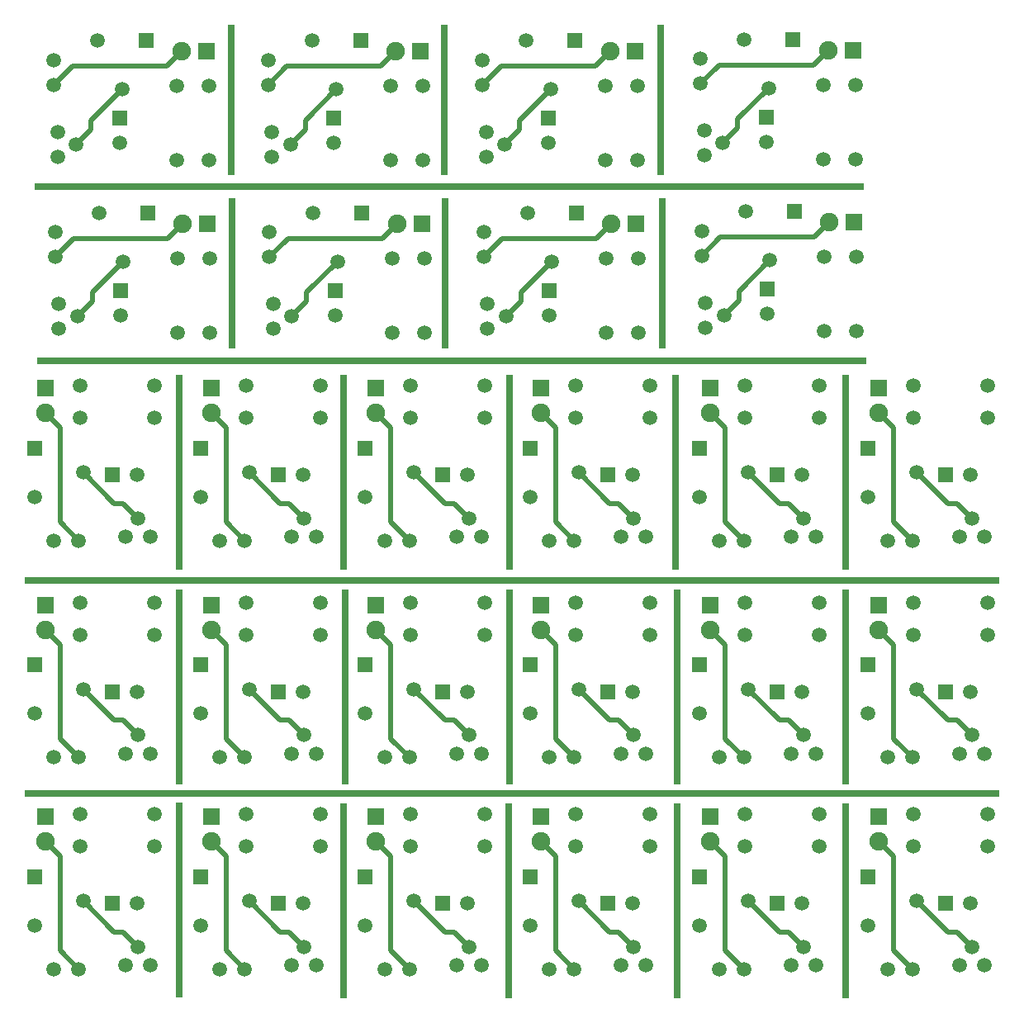
<source format=gtl>
G04 Layer_Physical_Order=1*
G04 Layer_Color=255*
%FSLAX25Y25*%
%MOIN*%
G70*
G01*
G75*
%ADD10C,0.02000*%
%ADD11R,0.02756X0.61024*%
%ADD12R,0.02756X0.78740*%
%ADD13R,3.34646X0.02756*%
%ADD14R,3.93701X0.02756*%
%ADD15C,0.05905*%
%ADD16R,0.05937X0.05937*%
%ADD17C,0.05937*%
%ADD18R,0.05905X0.05905*%
%ADD19R,0.07087X0.07087*%
%ADD20C,0.07480*%
%ADD21R,0.05937X0.05937*%
%ADD22R,0.05905X0.05905*%
%ADD23R,0.07087X0.07087*%
G36*
X279171Y354512D02*
X280605Y352948D01*
X280512Y350829D01*
X278948Y349395D01*
X276829Y349488D01*
X275395Y351052D01*
X275488Y353171D01*
X277052Y354605D01*
X279171Y354512D01*
D02*
G37*
G36*
X191171Y354012D02*
X192604Y352448D01*
X192512Y350329D01*
X190948Y348896D01*
X188829Y348988D01*
X187396Y350552D01*
X187488Y352671D01*
X189052Y354104D01*
X191171Y354012D01*
D02*
G37*
G36*
X104671D02*
X106105Y352448D01*
X106012Y350329D01*
X104448Y348896D01*
X102329Y348988D01*
X100896Y350552D01*
X100988Y352671D01*
X102552Y354104D01*
X104671Y354012D01*
D02*
G37*
G36*
X18171D02*
X19604Y352448D01*
X19512Y350329D01*
X17948Y348896D01*
X15829Y348988D01*
X14396Y350552D01*
X14488Y352671D01*
X16052Y354104D01*
X18171Y354012D01*
D02*
G37*
G36*
X286671Y349512D02*
X288105Y347948D01*
X288012Y345829D01*
X286448Y344395D01*
X284329Y344488D01*
X282895Y346052D01*
X282988Y348171D01*
X284552Y349605D01*
X286671Y349512D01*
D02*
G37*
G36*
X198671Y349012D02*
X200104Y347448D01*
X200012Y345329D01*
X198448Y343896D01*
X196329Y343988D01*
X194896Y345552D01*
X194988Y347671D01*
X196552Y349104D01*
X198671Y349012D01*
D02*
G37*
G36*
X112171D02*
X113604Y347448D01*
X113512Y345329D01*
X111948Y343896D01*
X109829Y343988D01*
X108396Y345552D01*
X108488Y347671D01*
X110052Y349104D01*
X112171Y349012D01*
D02*
G37*
G36*
X25671D02*
X27104Y347448D01*
X27012Y345329D01*
X25448Y343896D01*
X23329Y343988D01*
X21895Y345552D01*
X21988Y347671D01*
X23552Y349104D01*
X25671Y349012D01*
D02*
G37*
G36*
X279171Y344512D02*
X280605Y342948D01*
X280512Y340829D01*
X278948Y339395D01*
X276829Y339488D01*
X275395Y341052D01*
X275488Y343171D01*
X277052Y344604D01*
X279171Y344512D01*
D02*
G37*
G36*
X191171Y344012D02*
X192604Y342448D01*
X192512Y340329D01*
X190948Y338896D01*
X188829Y338988D01*
X187396Y340552D01*
X187488Y342671D01*
X189052Y344105D01*
X191171Y344012D01*
D02*
G37*
G36*
X104671D02*
X106105Y342448D01*
X106012Y340329D01*
X104448Y338896D01*
X102329Y338988D01*
X100896Y340552D01*
X100988Y342671D01*
X102552Y344105D01*
X104671Y344012D01*
D02*
G37*
G36*
X18171D02*
X19604Y342448D01*
X19512Y340329D01*
X17948Y338896D01*
X15829Y338988D01*
X14396Y340552D01*
X14488Y342671D01*
X16052Y344105D01*
X18171Y344012D01*
D02*
G37*
G36*
X279671Y285012D02*
X281104Y283448D01*
X281012Y281329D01*
X279448Y279895D01*
X277329Y279988D01*
X275896Y281552D01*
X275988Y283671D01*
X277552Y285104D01*
X279671Y285012D01*
D02*
G37*
G36*
X191671Y284512D02*
X193105Y282948D01*
X193012Y280829D01*
X191448Y279396D01*
X189329Y279488D01*
X187896Y281052D01*
X187988Y283171D01*
X189552Y284605D01*
X191671Y284512D01*
D02*
G37*
G36*
X105171D02*
X106605Y282948D01*
X106512Y280829D01*
X104948Y279396D01*
X102829Y279488D01*
X101395Y281052D01*
X101488Y283171D01*
X103052Y284605D01*
X105171Y284512D01*
D02*
G37*
G36*
X18671D02*
X20105Y282948D01*
X20012Y280829D01*
X18448Y279396D01*
X16329Y279488D01*
X14896Y281052D01*
X14988Y283171D01*
X16552Y284605D01*
X18671Y284512D01*
D02*
G37*
G36*
X287171Y280012D02*
X288604Y278448D01*
X288512Y276329D01*
X286948Y274896D01*
X284829Y274988D01*
X283396Y276552D01*
X283488Y278671D01*
X285052Y280104D01*
X287171Y280012D01*
D02*
G37*
G36*
X199171Y279512D02*
X200605Y277948D01*
X200512Y275829D01*
X198948Y274395D01*
X196829Y274488D01*
X195396Y276052D01*
X195488Y278171D01*
X197052Y279605D01*
X199171Y279512D01*
D02*
G37*
G36*
X112671D02*
X114104Y277948D01*
X114012Y275829D01*
X112448Y274395D01*
X110329Y274488D01*
X108896Y276052D01*
X108988Y278171D01*
X110552Y279605D01*
X112671Y279512D01*
D02*
G37*
G36*
X26171D02*
X27604Y277948D01*
X27512Y275829D01*
X25948Y274395D01*
X23829Y274488D01*
X22396Y276052D01*
X22488Y278171D01*
X24052Y279605D01*
X26171Y279512D01*
D02*
G37*
G36*
X279671Y275012D02*
X281104Y273448D01*
X281012Y271329D01*
X279448Y269896D01*
X277329Y269988D01*
X275896Y271552D01*
X275988Y273671D01*
X277552Y275104D01*
X279671Y275012D01*
D02*
G37*
G36*
X191671Y274512D02*
X193105Y272948D01*
X193012Y270829D01*
X191448Y269395D01*
X189329Y269488D01*
X187896Y271052D01*
X187988Y273171D01*
X189552Y274605D01*
X191671Y274512D01*
D02*
G37*
G36*
X105171D02*
X106605Y272948D01*
X106512Y270829D01*
X104948Y269395D01*
X102829Y269488D01*
X101395Y271052D01*
X101488Y273171D01*
X103052Y274605D01*
X105171Y274512D01*
D02*
G37*
G36*
X18671D02*
X20105Y272948D01*
X20012Y270829D01*
X18448Y269395D01*
X16329Y269488D01*
X14896Y271052D01*
X14988Y273171D01*
X16552Y274605D01*
X18671Y274512D01*
D02*
G37*
G36*
X387171Y198012D02*
X388604Y196448D01*
X388512Y194329D01*
X386948Y192895D01*
X384829Y192988D01*
X383396Y194552D01*
X383488Y196671D01*
X385052Y198105D01*
X387171Y198012D01*
D02*
G37*
G36*
X319171D02*
X320604Y196448D01*
X320512Y194329D01*
X318948Y192895D01*
X316829Y192988D01*
X315395Y194552D01*
X315488Y196671D01*
X317052Y198105D01*
X319171Y198012D01*
D02*
G37*
G36*
X250671D02*
X252104Y196448D01*
X252012Y194329D01*
X250448Y192895D01*
X248329Y192988D01*
X246896Y194552D01*
X246988Y196671D01*
X248552Y198105D01*
X250671Y198012D01*
D02*
G37*
G36*
X184171D02*
X185605Y196448D01*
X185512Y194329D01*
X183948Y192895D01*
X181829Y192988D01*
X180395Y194552D01*
X180488Y196671D01*
X182052Y198105D01*
X184171Y198012D01*
D02*
G37*
G36*
X117671D02*
X119105Y196448D01*
X119012Y194329D01*
X117448Y192895D01*
X115329Y192988D01*
X113895Y194552D01*
X113988Y196671D01*
X115552Y198105D01*
X117671Y198012D01*
D02*
G37*
G36*
X50671D02*
X52105Y196448D01*
X52012Y194329D01*
X50448Y192895D01*
X48329Y192988D01*
X46896Y194552D01*
X46988Y196671D01*
X48552Y198105D01*
X50671Y198012D01*
D02*
G37*
G36*
X392171Y190512D02*
X393604Y188948D01*
X393512Y186829D01*
X391948Y185396D01*
X389829Y185488D01*
X388396Y187052D01*
X388488Y189171D01*
X390052Y190604D01*
X392171Y190512D01*
D02*
G37*
G36*
X382171D02*
X383605Y188948D01*
X383512Y186829D01*
X381948Y185396D01*
X379829Y185488D01*
X378396Y187052D01*
X378488Y189171D01*
X380052Y190604D01*
X382171Y190512D01*
D02*
G37*
G36*
X324171D02*
X325605Y188948D01*
X325512Y186829D01*
X323948Y185396D01*
X321829Y185488D01*
X320395Y187052D01*
X320488Y189171D01*
X322052Y190604D01*
X324171Y190512D01*
D02*
G37*
G36*
X314171D02*
X315604Y188948D01*
X315512Y186829D01*
X313948Y185396D01*
X311829Y185488D01*
X310396Y187052D01*
X310488Y189171D01*
X312052Y190604D01*
X314171Y190512D01*
D02*
G37*
G36*
X255671D02*
X257104Y188948D01*
X257012Y186829D01*
X255448Y185396D01*
X253329Y185488D01*
X251895Y187052D01*
X251988Y189171D01*
X253552Y190604D01*
X255671Y190512D01*
D02*
G37*
G36*
X245671D02*
X247105Y188948D01*
X247012Y186829D01*
X245448Y185396D01*
X243329Y185488D01*
X241896Y187052D01*
X241988Y189171D01*
X243552Y190604D01*
X245671Y190512D01*
D02*
G37*
G36*
X189171D02*
X190604Y188948D01*
X190512Y186829D01*
X188948Y185396D01*
X186829Y185488D01*
X185396Y187052D01*
X185488Y189171D01*
X187052Y190604D01*
X189171Y190512D01*
D02*
G37*
G36*
X179171D02*
X180605Y188948D01*
X180512Y186829D01*
X178948Y185396D01*
X176829Y185488D01*
X175396Y187052D01*
X175488Y189171D01*
X177052Y190604D01*
X179171Y190512D01*
D02*
G37*
G36*
X122671D02*
X124104Y188948D01*
X124012Y186829D01*
X122448Y185396D01*
X120329Y185488D01*
X118895Y187052D01*
X118988Y189171D01*
X120552Y190604D01*
X122671Y190512D01*
D02*
G37*
G36*
X112671D02*
X114104Y188948D01*
X114012Y186829D01*
X112448Y185396D01*
X110329Y185488D01*
X108896Y187052D01*
X108988Y189171D01*
X110552Y190604D01*
X112671Y190512D01*
D02*
G37*
G36*
X55671D02*
X57104Y188948D01*
X57012Y186829D01*
X55448Y185396D01*
X53329Y185488D01*
X51895Y187052D01*
X51988Y189171D01*
X53552Y190604D01*
X55671Y190512D01*
D02*
G37*
G36*
X45671D02*
X47104Y188948D01*
X47012Y186829D01*
X45448Y185396D01*
X43329Y185488D01*
X41895Y187052D01*
X41988Y189171D01*
X43552Y190604D01*
X45671Y190512D01*
D02*
G37*
G36*
X387171Y110512D02*
X388604Y108948D01*
X388512Y106829D01*
X386948Y105395D01*
X384829Y105488D01*
X383396Y107052D01*
X383488Y109171D01*
X385052Y110605D01*
X387171Y110512D01*
D02*
G37*
G36*
X319171D02*
X320604Y108948D01*
X320512Y106829D01*
X318948Y105395D01*
X316829Y105488D01*
X315395Y107052D01*
X315488Y109171D01*
X317052Y110605D01*
X319171Y110512D01*
D02*
G37*
G36*
X250671D02*
X252104Y108948D01*
X252012Y106829D01*
X250448Y105395D01*
X248329Y105488D01*
X246896Y107052D01*
X246988Y109171D01*
X248552Y110605D01*
X250671Y110512D01*
D02*
G37*
G36*
X184171D02*
X185605Y108948D01*
X185512Y106829D01*
X183948Y105395D01*
X181829Y105488D01*
X180395Y107052D01*
X180488Y109171D01*
X182052Y110605D01*
X184171Y110512D01*
D02*
G37*
G36*
X117671D02*
X119105Y108948D01*
X119012Y106829D01*
X117448Y105395D01*
X115329Y105488D01*
X113895Y107052D01*
X113988Y109171D01*
X115552Y110605D01*
X117671Y110512D01*
D02*
G37*
G36*
X50671D02*
X52105Y108948D01*
X52012Y106829D01*
X50448Y105395D01*
X48329Y105488D01*
X46896Y107052D01*
X46988Y109171D01*
X48552Y110605D01*
X50671Y110512D01*
D02*
G37*
G36*
X392171Y103012D02*
X393604Y101448D01*
X393512Y99329D01*
X391948Y97895D01*
X389829Y97988D01*
X388396Y99552D01*
X388488Y101671D01*
X390052Y103104D01*
X392171Y103012D01*
D02*
G37*
G36*
X382171D02*
X383605Y101448D01*
X383512Y99329D01*
X381948Y97895D01*
X379829Y97988D01*
X378396Y99552D01*
X378488Y101671D01*
X380052Y103104D01*
X382171Y103012D01*
D02*
G37*
G36*
X324171D02*
X325605Y101448D01*
X325512Y99329D01*
X323948Y97895D01*
X321829Y97988D01*
X320395Y99552D01*
X320488Y101671D01*
X322052Y103104D01*
X324171Y103012D01*
D02*
G37*
G36*
X314171D02*
X315604Y101448D01*
X315512Y99329D01*
X313948Y97895D01*
X311829Y97988D01*
X310396Y99552D01*
X310488Y101671D01*
X312052Y103104D01*
X314171Y103012D01*
D02*
G37*
G36*
X255671D02*
X257104Y101448D01*
X257012Y99329D01*
X255448Y97895D01*
X253329Y97988D01*
X251895Y99552D01*
X251988Y101671D01*
X253552Y103104D01*
X255671Y103012D01*
D02*
G37*
G36*
X245671D02*
X247105Y101448D01*
X247012Y99329D01*
X245448Y97895D01*
X243329Y97988D01*
X241896Y99552D01*
X241988Y101671D01*
X243552Y103104D01*
X245671Y103012D01*
D02*
G37*
G36*
X189171D02*
X190604Y101448D01*
X190512Y99329D01*
X188948Y97895D01*
X186829Y97988D01*
X185396Y99552D01*
X185488Y101671D01*
X187052Y103104D01*
X189171Y103012D01*
D02*
G37*
G36*
X179171D02*
X180605Y101448D01*
X180512Y99329D01*
X178948Y97895D01*
X176829Y97988D01*
X175396Y99552D01*
X175488Y101671D01*
X177052Y103104D01*
X179171Y103012D01*
D02*
G37*
G36*
X122671D02*
X124104Y101448D01*
X124012Y99329D01*
X122448Y97895D01*
X120329Y97988D01*
X118895Y99552D01*
X118988Y101671D01*
X120552Y103104D01*
X122671Y103012D01*
D02*
G37*
G36*
X112671D02*
X114104Y101448D01*
X114012Y99329D01*
X112448Y97895D01*
X110329Y97988D01*
X108896Y99552D01*
X108988Y101671D01*
X110552Y103104D01*
X112671Y103012D01*
D02*
G37*
G36*
X55671D02*
X57104Y101448D01*
X57012Y99329D01*
X55448Y97895D01*
X53329Y97988D01*
X51895Y99552D01*
X51988Y101671D01*
X53552Y103104D01*
X55671Y103012D01*
D02*
G37*
G36*
X45671D02*
X47104Y101448D01*
X47012Y99329D01*
X45448Y97895D01*
X43329Y97988D01*
X41895Y99552D01*
X41988Y101671D01*
X43552Y103104D01*
X45671Y103012D01*
D02*
G37*
G36*
X387171Y25012D02*
X388604Y23448D01*
X388512Y21329D01*
X386948Y19895D01*
X384829Y19988D01*
X383396Y21552D01*
X383488Y23671D01*
X385052Y25104D01*
X387171Y25012D01*
D02*
G37*
G36*
X319171D02*
X320604Y23448D01*
X320512Y21329D01*
X318948Y19895D01*
X316829Y19988D01*
X315395Y21552D01*
X315488Y23671D01*
X317052Y25104D01*
X319171Y25012D01*
D02*
G37*
G36*
X250671D02*
X252104Y23448D01*
X252012Y21329D01*
X250448Y19895D01*
X248329Y19988D01*
X246896Y21552D01*
X246988Y23671D01*
X248552Y25104D01*
X250671Y25012D01*
D02*
G37*
G36*
X184171D02*
X185605Y23448D01*
X185512Y21329D01*
X183948Y19895D01*
X181829Y19988D01*
X180395Y21552D01*
X180488Y23671D01*
X182052Y25104D01*
X184171Y25012D01*
D02*
G37*
G36*
X117671D02*
X119105Y23448D01*
X119012Y21329D01*
X117448Y19895D01*
X115329Y19988D01*
X113895Y21552D01*
X113988Y23671D01*
X115552Y25104D01*
X117671Y25012D01*
D02*
G37*
G36*
X50671D02*
X52105Y23448D01*
X52012Y21329D01*
X50448Y19895D01*
X48329Y19988D01*
X46896Y21552D01*
X46988Y23671D01*
X48552Y25104D01*
X50671Y25012D01*
D02*
G37*
G36*
X392171Y17512D02*
X393604Y15948D01*
X393512Y13829D01*
X391948Y12395D01*
X389829Y12488D01*
X388396Y14052D01*
X388488Y16171D01*
X390052Y17605D01*
X392171Y17512D01*
D02*
G37*
G36*
X382171D02*
X383605Y15948D01*
X383512Y13829D01*
X381948Y12395D01*
X379829Y12488D01*
X378396Y14052D01*
X378488Y16171D01*
X380052Y17605D01*
X382171Y17512D01*
D02*
G37*
G36*
X324171D02*
X325605Y15948D01*
X325512Y13829D01*
X323948Y12395D01*
X321829Y12488D01*
X320395Y14052D01*
X320488Y16171D01*
X322052Y17605D01*
X324171Y17512D01*
D02*
G37*
G36*
X314171D02*
X315604Y15948D01*
X315512Y13829D01*
X313948Y12395D01*
X311829Y12488D01*
X310396Y14052D01*
X310488Y16171D01*
X312052Y17605D01*
X314171Y17512D01*
D02*
G37*
G36*
X255671D02*
X257104Y15948D01*
X257012Y13829D01*
X255448Y12395D01*
X253329Y12488D01*
X251895Y14052D01*
X251988Y16171D01*
X253552Y17605D01*
X255671Y17512D01*
D02*
G37*
G36*
X245671D02*
X247105Y15948D01*
X247012Y13829D01*
X245448Y12395D01*
X243329Y12488D01*
X241896Y14052D01*
X241988Y16171D01*
X243552Y17605D01*
X245671Y17512D01*
D02*
G37*
G36*
X189171D02*
X190604Y15948D01*
X190512Y13829D01*
X188948Y12395D01*
X186829Y12488D01*
X185396Y14052D01*
X185488Y16171D01*
X187052Y17605D01*
X189171Y17512D01*
D02*
G37*
G36*
X179171D02*
X180605Y15948D01*
X180512Y13829D01*
X178948Y12395D01*
X176829Y12488D01*
X175396Y14052D01*
X175488Y16171D01*
X177052Y17605D01*
X179171Y17512D01*
D02*
G37*
G36*
X122671D02*
X124104Y15948D01*
X124012Y13829D01*
X122448Y12395D01*
X120329Y12488D01*
X118895Y14052D01*
X118988Y16171D01*
X120552Y17605D01*
X122671Y17512D01*
D02*
G37*
G36*
X112671D02*
X114104Y15948D01*
X114012Y13829D01*
X112448Y12395D01*
X110329Y12488D01*
X108896Y14052D01*
X108988Y16171D01*
X110552Y17605D01*
X112671Y17512D01*
D02*
G37*
G36*
X55671D02*
X57104Y15948D01*
X57012Y13829D01*
X55448Y12395D01*
X53329Y12488D01*
X51895Y14052D01*
X51988Y16171D01*
X53552Y17605D01*
X55671Y17512D01*
D02*
G37*
G36*
X45671D02*
X47104Y15948D01*
X47012Y13829D01*
X45448Y12395D01*
X43329Y12488D01*
X41895Y14052D01*
X41988Y16171D01*
X43552Y17605D01*
X45671Y17512D01*
D02*
G37*
D10*
X322000Y378500D02*
X328000Y384500D01*
X284000Y378500D02*
X322000D01*
X276500Y371000D02*
X284000Y378500D01*
X291500Y356658D02*
X304000Y369158D01*
X291500Y353000D02*
Y356658D01*
X285500Y347000D02*
X291500Y353000D01*
X286000Y277500D02*
X292000Y283500D01*
Y287158D01*
X304500Y299658D01*
X277000Y301500D02*
X284500Y309000D01*
X322500D01*
X328500Y315000D01*
X234000Y378000D02*
X240000Y384000D01*
X196000Y378000D02*
X234000D01*
X188500Y370500D02*
X196000Y378000D01*
X203500Y356157D02*
X216000Y368657D01*
X203500Y352500D02*
Y356157D01*
X197500Y346500D02*
X203500Y352500D01*
X198000Y277000D02*
X204000Y283000D01*
Y286658D01*
X216500Y299158D01*
X189000Y301000D02*
X196500Y308500D01*
X234500D01*
X240500Y314500D01*
X147500Y378000D02*
X153500Y384000D01*
X109500Y378000D02*
X147500D01*
X102000Y370500D02*
X109500Y378000D01*
X117000Y356157D02*
X129500Y368657D01*
X117000Y352500D02*
Y356157D01*
X111000Y346500D02*
X117000Y352500D01*
X111500Y277000D02*
X117500Y283000D01*
Y286658D01*
X130000Y299158D01*
X102500Y301000D02*
X110000Y308500D01*
X148000D01*
X154000Y314500D01*
X61000Y378000D02*
X67000Y384000D01*
X23000Y378000D02*
X61000D01*
X15500Y370500D02*
X23000Y378000D01*
X30500Y356157D02*
X43000Y368657D01*
X30500Y352500D02*
Y356157D01*
X24500Y346500D02*
X30500Y352500D01*
X25000Y277000D02*
X31000Y283000D01*
Y286658D01*
X43500Y299158D01*
X16000Y301000D02*
X23500Y308500D01*
X61500D01*
X67500Y314500D01*
X12000Y238000D02*
X18000Y232000D01*
Y194000D02*
Y232000D01*
Y194000D02*
X25500Y186500D01*
X27343Y214000D02*
X39843Y201500D01*
X43500D01*
X49500Y195500D01*
X110500Y201500D02*
X116500Y195500D01*
X106843Y201500D02*
X110500D01*
X94342Y214000D02*
X106843Y201500D01*
X85000Y194000D02*
X92500Y186500D01*
X85000Y194000D02*
Y232000D01*
X79000Y238000D02*
X85000Y232000D01*
X177000Y201500D02*
X183000Y195500D01*
X173343Y201500D02*
X177000D01*
X160843Y214000D02*
X173343Y201500D01*
X151500Y194000D02*
X159000Y186500D01*
X151500Y194000D02*
Y232000D01*
X145500Y238000D02*
X151500Y232000D01*
X243500Y201500D02*
X249500Y195500D01*
X239843Y201500D02*
X243500D01*
X227343Y214000D02*
X239843Y201500D01*
X218000Y194000D02*
X225500Y186500D01*
X218000Y194000D02*
Y232000D01*
X212000Y238000D02*
X218000Y232000D01*
X380000Y201500D02*
X386000Y195500D01*
X376343Y201500D02*
X380000D01*
X363843Y214000D02*
X376343Y201500D01*
X354500Y194000D02*
X362000Y186500D01*
X354500Y194000D02*
Y232000D01*
X348500Y238000D02*
X354500Y232000D01*
X312000Y201500D02*
X318000Y195500D01*
X308343Y201500D02*
X312000D01*
X295843Y214000D02*
X308343Y201500D01*
X286500Y194000D02*
X294000Y186500D01*
X286500Y194000D02*
Y232000D01*
X280500Y238000D02*
X286500Y232000D01*
X12000Y150500D02*
X18000Y144500D01*
Y106500D02*
Y144500D01*
Y106500D02*
X25500Y99000D01*
X27343Y126500D02*
X39843Y114000D01*
X43500D01*
X49500Y108000D01*
X110500Y114000D02*
X116500Y108000D01*
X106843Y114000D02*
X110500D01*
X94342Y126500D02*
X106843Y114000D01*
X85000Y106500D02*
X92500Y99000D01*
X85000Y106500D02*
Y144500D01*
X79000Y150500D02*
X85000Y144500D01*
X177000Y114000D02*
X183000Y108000D01*
X173343Y114000D02*
X177000D01*
X160843Y126500D02*
X173343Y114000D01*
X151500Y106500D02*
X159000Y99000D01*
X151500Y106500D02*
Y144500D01*
X145500Y150500D02*
X151500Y144500D01*
X243500Y114000D02*
X249500Y108000D01*
X239843Y114000D02*
X243500D01*
X227343Y126500D02*
X239843Y114000D01*
X218000Y106500D02*
X225500Y99000D01*
X218000Y106500D02*
Y144500D01*
X212000Y150500D02*
X218000Y144500D01*
X380000Y114000D02*
X386000Y108000D01*
X376343Y114000D02*
X380000D01*
X363843Y126500D02*
X376343Y114000D01*
X354500Y106500D02*
X362000Y99000D01*
X354500Y106500D02*
Y144500D01*
X348500Y150500D02*
X354500Y144500D01*
X312000Y114000D02*
X318000Y108000D01*
X308343Y114000D02*
X312000D01*
X295843Y126500D02*
X308343Y114000D01*
X286500Y106500D02*
X294000Y99000D01*
X286500Y106500D02*
Y144500D01*
X280500Y150500D02*
X286500Y144500D01*
X280500Y65000D02*
X286500Y59000D01*
Y21000D02*
Y59000D01*
Y21000D02*
X294000Y13500D01*
X295843Y41000D02*
X308343Y28500D01*
X312000D01*
X318000Y22500D01*
X348500Y65000D02*
X354500Y59000D01*
Y21000D02*
Y59000D01*
Y21000D02*
X362000Y13500D01*
X363843Y41000D02*
X376343Y28500D01*
X380000D01*
X386000Y22500D01*
X212000Y65000D02*
X218000Y59000D01*
Y21000D02*
Y59000D01*
Y21000D02*
X225500Y13500D01*
X227343Y41000D02*
X239843Y28500D01*
X243500D01*
X249500Y22500D01*
X145500Y65000D02*
X151500Y59000D01*
Y21000D02*
Y59000D01*
Y21000D02*
X159000Y13500D01*
X160843Y41000D02*
X173343Y28500D01*
X177000D01*
X183000Y22500D01*
X79000Y65000D02*
X85000Y59000D01*
Y21000D02*
Y59000D01*
Y21000D02*
X92500Y13500D01*
X94342Y41000D02*
X106843Y28500D01*
X110500D01*
X116500Y22500D01*
X43500Y28500D02*
X49500Y22500D01*
X39843Y28500D02*
X43500D01*
X27343Y41000D02*
X39843Y28500D01*
X18000Y21000D02*
X25500Y13500D01*
X18000Y21000D02*
Y59000D01*
X12000Y65000D02*
X18000Y59000D01*
D11*
X260500Y364500D02*
D03*
X261000Y294500D02*
D03*
X173000Y364500D02*
D03*
X173500Y294500D02*
D03*
X87500D02*
D03*
X87000Y364500D02*
D03*
D12*
X335000Y214000D02*
D03*
X266500D02*
D03*
X199500D02*
D03*
X132500D02*
D03*
X66000D02*
D03*
Y127500D02*
D03*
X133000D02*
D03*
X199500D02*
D03*
X267000D02*
D03*
X335000D02*
D03*
Y41000D02*
D03*
X267000D02*
D03*
X199000D02*
D03*
X132500D02*
D03*
X66000Y41500D02*
D03*
D13*
X175000Y329500D02*
D03*
X176000Y259000D02*
D03*
D14*
X200500Y170500D02*
D03*
Y84500D02*
D03*
D15*
X339000Y370500D02*
D03*
Y340500D02*
D03*
X326000Y370500D02*
D03*
Y340500D02*
D03*
X278000Y352000D02*
D03*
X285500Y347000D02*
D03*
X278000Y342000D02*
D03*
X276500Y381000D02*
D03*
Y371000D02*
D03*
X303000Y347500D02*
D03*
X303500Y278000D02*
D03*
X277000Y311500D02*
D03*
Y301500D02*
D03*
X278500Y282500D02*
D03*
X286000Y277500D02*
D03*
X278500Y272500D02*
D03*
X326500Y301000D02*
D03*
Y271000D02*
D03*
X339500Y301000D02*
D03*
Y271000D02*
D03*
X251000Y370000D02*
D03*
Y340000D02*
D03*
X238000Y370000D02*
D03*
Y340000D02*
D03*
X190000Y351500D02*
D03*
X197500Y346500D02*
D03*
X190000Y341500D02*
D03*
X188500Y380500D02*
D03*
Y370500D02*
D03*
X215000Y347000D02*
D03*
X215500Y277500D02*
D03*
X189000Y311000D02*
D03*
Y301000D02*
D03*
X190500Y282000D02*
D03*
X198000Y277000D02*
D03*
X190500Y272000D02*
D03*
X238500Y300500D02*
D03*
Y270500D02*
D03*
X251500Y300500D02*
D03*
Y270500D02*
D03*
X164500Y370000D02*
D03*
Y340000D02*
D03*
X151500Y370000D02*
D03*
Y340000D02*
D03*
X103500Y351500D02*
D03*
X111000Y346500D02*
D03*
X103500Y341500D02*
D03*
X102000Y380500D02*
D03*
Y370500D02*
D03*
X128500Y347000D02*
D03*
X129000Y277500D02*
D03*
X102500Y311000D02*
D03*
Y301000D02*
D03*
X104000Y282000D02*
D03*
X111500Y277000D02*
D03*
X104000Y272000D02*
D03*
X152000Y300500D02*
D03*
Y270500D02*
D03*
X165000Y300500D02*
D03*
Y270500D02*
D03*
X78000Y370000D02*
D03*
Y340000D02*
D03*
X65000Y370000D02*
D03*
Y340000D02*
D03*
X17000Y351500D02*
D03*
X24500Y346500D02*
D03*
X17000Y341500D02*
D03*
X15500Y380500D02*
D03*
Y370500D02*
D03*
X42000Y347000D02*
D03*
X42500Y277500D02*
D03*
X16000Y311000D02*
D03*
Y301000D02*
D03*
X17500Y282000D02*
D03*
X25000Y277000D02*
D03*
X17500Y272000D02*
D03*
X65500Y300500D02*
D03*
Y270500D02*
D03*
X78500Y300500D02*
D03*
Y270500D02*
D03*
X26000Y249000D02*
D03*
X56000D02*
D03*
X26000Y236000D02*
D03*
X56000D02*
D03*
X44500Y188000D02*
D03*
X49500Y195500D02*
D03*
X54500Y188000D02*
D03*
X15500Y186500D02*
D03*
X25500D02*
D03*
X49000Y213000D02*
D03*
X116000D02*
D03*
X82500Y186500D02*
D03*
X92500D02*
D03*
X111500Y188000D02*
D03*
X116500Y195500D02*
D03*
X121500Y188000D02*
D03*
X93000Y236000D02*
D03*
X123000D02*
D03*
X93000Y249000D02*
D03*
X123000D02*
D03*
X182500Y213000D02*
D03*
X149000Y186500D02*
D03*
X159000D02*
D03*
X178000Y188000D02*
D03*
X183000Y195500D02*
D03*
X188000Y188000D02*
D03*
X159500Y236000D02*
D03*
X189500D02*
D03*
X159500Y249000D02*
D03*
X189500D02*
D03*
X249000Y213000D02*
D03*
X215500Y186500D02*
D03*
X225500D02*
D03*
X244500Y188000D02*
D03*
X249500Y195500D02*
D03*
X254500Y188000D02*
D03*
X226000Y236000D02*
D03*
X256000D02*
D03*
X226000Y249000D02*
D03*
X256000D02*
D03*
X385500Y213000D02*
D03*
X352000Y186500D02*
D03*
X362000D02*
D03*
X381000Y188000D02*
D03*
X386000Y195500D02*
D03*
X391000Y188000D02*
D03*
X362500Y236000D02*
D03*
X392500D02*
D03*
X362500Y249000D02*
D03*
X392500D02*
D03*
X317500Y213000D02*
D03*
X284000Y186500D02*
D03*
X294000D02*
D03*
X313000Y188000D02*
D03*
X318000Y195500D02*
D03*
X323000Y188000D02*
D03*
X294500Y236000D02*
D03*
X324500D02*
D03*
X294500Y249000D02*
D03*
X324500D02*
D03*
X26000Y161500D02*
D03*
X56000D02*
D03*
X26000Y148500D02*
D03*
X56000D02*
D03*
X44500Y100500D02*
D03*
X49500Y108000D02*
D03*
X54500Y100500D02*
D03*
X15500Y99000D02*
D03*
X25500D02*
D03*
X49000Y125500D02*
D03*
X116000D02*
D03*
X82500Y99000D02*
D03*
X92500D02*
D03*
X111500Y100500D02*
D03*
X116500Y108000D02*
D03*
X121500Y100500D02*
D03*
X93000Y148500D02*
D03*
X123000D02*
D03*
X93000Y161500D02*
D03*
X123000D02*
D03*
X182500Y125500D02*
D03*
X149000Y99000D02*
D03*
X159000D02*
D03*
X178000Y100500D02*
D03*
X183000Y108000D02*
D03*
X188000Y100500D02*
D03*
X159500Y148500D02*
D03*
X189500D02*
D03*
X159500Y161500D02*
D03*
X189500D02*
D03*
X249000Y125500D02*
D03*
X215500Y99000D02*
D03*
X225500D02*
D03*
X244500Y100500D02*
D03*
X249500Y108000D02*
D03*
X254500Y100500D02*
D03*
X226000Y148500D02*
D03*
X256000D02*
D03*
X226000Y161500D02*
D03*
X256000D02*
D03*
X385500Y125500D02*
D03*
X352000Y99000D02*
D03*
X362000D02*
D03*
X381000Y100500D02*
D03*
X386000Y108000D02*
D03*
X391000Y100500D02*
D03*
X362500Y148500D02*
D03*
X392500D02*
D03*
X362500Y161500D02*
D03*
X392500D02*
D03*
X317500Y125500D02*
D03*
X284000Y99000D02*
D03*
X294000D02*
D03*
X313000Y100500D02*
D03*
X318000Y108000D02*
D03*
X323000Y100500D02*
D03*
X294500Y148500D02*
D03*
X324500D02*
D03*
X294500Y161500D02*
D03*
X324500D02*
D03*
X294500Y76000D02*
D03*
X324500D02*
D03*
X294500Y63000D02*
D03*
X324500D02*
D03*
X313000Y15000D02*
D03*
X318000Y22500D02*
D03*
X323000Y15000D02*
D03*
X284000Y13500D02*
D03*
X294000D02*
D03*
X317500Y40000D02*
D03*
X362500Y76000D02*
D03*
X392500D02*
D03*
X362500Y63000D02*
D03*
X392500D02*
D03*
X381000Y15000D02*
D03*
X386000Y22500D02*
D03*
X391000Y15000D02*
D03*
X352000Y13500D02*
D03*
X362000D02*
D03*
X385500Y40000D02*
D03*
X226000Y76000D02*
D03*
X256000D02*
D03*
X226000Y63000D02*
D03*
X256000D02*
D03*
X244500Y15000D02*
D03*
X249500Y22500D02*
D03*
X254500Y15000D02*
D03*
X215500Y13500D02*
D03*
X225500D02*
D03*
X249000Y40000D02*
D03*
X159500Y76000D02*
D03*
X189500D02*
D03*
X159500Y63000D02*
D03*
X189500D02*
D03*
X178000Y15000D02*
D03*
X183000Y22500D02*
D03*
X188000Y15000D02*
D03*
X149000Y13500D02*
D03*
X159000D02*
D03*
X182500Y40000D02*
D03*
X93000Y76000D02*
D03*
X123000D02*
D03*
X93000Y63000D02*
D03*
X123000D02*
D03*
X111500Y15000D02*
D03*
X116500Y22500D02*
D03*
X121500Y15000D02*
D03*
X82500Y13500D02*
D03*
X92500D02*
D03*
X116000Y40000D02*
D03*
X26000Y63000D02*
D03*
X56000D02*
D03*
X26000Y76000D02*
D03*
X56000D02*
D03*
X49000Y40000D02*
D03*
X44500Y15000D02*
D03*
X49500Y22500D02*
D03*
X54500Y15000D02*
D03*
X15500Y13500D02*
D03*
X25500D02*
D03*
D16*
X313843Y388843D02*
D03*
X314342Y319342D02*
D03*
X225842Y388342D02*
D03*
X226343Y318843D02*
D03*
X139342Y388342D02*
D03*
X139842Y318843D02*
D03*
X52842Y388342D02*
D03*
X53342Y318843D02*
D03*
D17*
X304000Y369158D02*
D03*
X294158Y388843D02*
D03*
X304500Y299658D02*
D03*
X294657Y319342D02*
D03*
X216000Y368657D02*
D03*
X206157Y388342D02*
D03*
X216500Y299158D02*
D03*
X206658Y318843D02*
D03*
X129500Y368657D02*
D03*
X119658Y388342D02*
D03*
X130000Y299158D02*
D03*
X120158Y318843D02*
D03*
X43000Y368657D02*
D03*
X33158Y388342D02*
D03*
X43500Y299158D02*
D03*
X33658Y318843D02*
D03*
X27343Y214000D02*
D03*
X7658Y204157D02*
D03*
X94342Y214000D02*
D03*
X74657Y204157D02*
D03*
X160843Y214000D02*
D03*
X141157Y204157D02*
D03*
X227343Y214000D02*
D03*
X207658Y204157D02*
D03*
X363843Y214000D02*
D03*
X344158Y204157D02*
D03*
X295843Y214000D02*
D03*
X276157Y204157D02*
D03*
X27343Y126500D02*
D03*
X7658Y116657D02*
D03*
X94342Y126500D02*
D03*
X74657Y116657D02*
D03*
X160843Y126500D02*
D03*
X141157Y116657D02*
D03*
X227343Y126500D02*
D03*
X207658Y116657D02*
D03*
X363843Y126500D02*
D03*
X344158Y116657D02*
D03*
X295843Y126500D02*
D03*
X276157Y116657D02*
D03*
X295843Y41000D02*
D03*
X276157Y31157D02*
D03*
X363843Y41000D02*
D03*
X344158Y31157D02*
D03*
X227343Y41000D02*
D03*
X207658Y31157D02*
D03*
X160843Y41000D02*
D03*
X141157Y31157D02*
D03*
X94342Y41000D02*
D03*
X74657Y31157D02*
D03*
X27343Y41000D02*
D03*
X7658Y31157D02*
D03*
D18*
X303000Y357500D02*
D03*
X303500Y288000D02*
D03*
X215000Y357000D02*
D03*
X215500Y287500D02*
D03*
X128500Y357000D02*
D03*
X129000Y287500D02*
D03*
X42000Y357000D02*
D03*
X42500Y287500D02*
D03*
D19*
X338000Y384500D02*
D03*
X338500Y315000D02*
D03*
X250000Y384000D02*
D03*
X250500Y314500D02*
D03*
X163500Y384000D02*
D03*
X164000Y314500D02*
D03*
X77000Y384000D02*
D03*
X77500Y314500D02*
D03*
D20*
X328000Y384500D02*
D03*
X328500Y315000D02*
D03*
X240000Y384000D02*
D03*
X240500Y314500D02*
D03*
X153500Y384000D02*
D03*
X154000Y314500D02*
D03*
X67000Y384000D02*
D03*
X67500Y314500D02*
D03*
X12000Y238000D02*
D03*
X79000D02*
D03*
X145500D02*
D03*
X212000D02*
D03*
X348500D02*
D03*
X280500D02*
D03*
X12000Y150500D02*
D03*
X79000D02*
D03*
X145500D02*
D03*
X212000D02*
D03*
X348500D02*
D03*
X280500D02*
D03*
Y65000D02*
D03*
X348500D02*
D03*
X212000D02*
D03*
X145500D02*
D03*
X79000D02*
D03*
X12000D02*
D03*
D21*
X7658Y223843D02*
D03*
X74657D02*
D03*
X141157D02*
D03*
X207658D02*
D03*
X344158D02*
D03*
X276157D02*
D03*
X7658Y136343D02*
D03*
X74657D02*
D03*
X141157D02*
D03*
X207658D02*
D03*
X344158D02*
D03*
X276157D02*
D03*
Y50842D02*
D03*
X344158D02*
D03*
X207658D02*
D03*
X141157D02*
D03*
X74657D02*
D03*
X7658D02*
D03*
D22*
X39000Y213000D02*
D03*
X106000D02*
D03*
X172500D02*
D03*
X239000D02*
D03*
X375500D02*
D03*
X307500D02*
D03*
X39000Y125500D02*
D03*
X106000D02*
D03*
X172500D02*
D03*
X239000D02*
D03*
X375500D02*
D03*
X307500D02*
D03*
Y40000D02*
D03*
X375500D02*
D03*
X239000D02*
D03*
X172500D02*
D03*
X106000D02*
D03*
X39000D02*
D03*
D23*
X12000Y248000D02*
D03*
X79000D02*
D03*
X145500D02*
D03*
X212000D02*
D03*
X348500D02*
D03*
X280500D02*
D03*
X12000Y160500D02*
D03*
X79000D02*
D03*
X145500D02*
D03*
X212000D02*
D03*
X348500D02*
D03*
X280500D02*
D03*
Y75000D02*
D03*
X348500D02*
D03*
X212000D02*
D03*
X145500D02*
D03*
X79000D02*
D03*
X12000D02*
D03*
M02*

</source>
